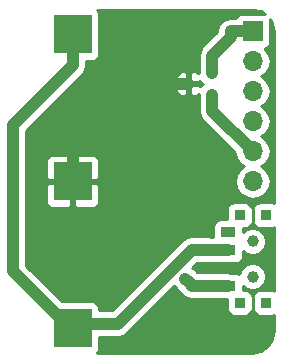
<source format=gbr>
G04 #@! TF.FileFunction,Copper,L1,Top,Signal*
%FSLAX46Y46*%
G04 Gerber Fmt 4.6, Leading zero omitted, Abs format (unit mm)*
G04 Created by KiCad (PCBNEW 4.0.7) date 05/24/18 21:51:10*
%MOMM*%
%LPD*%
G01*
G04 APERTURE LIST*
%ADD10C,0.100000*%
%ADD11R,3.250000X3.250000*%
%ADD12R,1.700000X1.700000*%
%ADD13O,1.700000X1.700000*%
%ADD14C,1.000000*%
%ADD15R,1.250000X0.900000*%
%ADD16R,0.900000X0.900000*%
%ADD17R,0.900000X0.800000*%
%ADD18C,0.600000*%
%ADD19C,1.000000*%
%ADD20C,0.254000*%
G04 APERTURE END LIST*
D10*
D11*
X162560000Y-129286000D03*
X162560000Y-104394000D03*
X162560000Y-116840000D03*
D12*
X177800000Y-104140000D03*
D13*
X177800000Y-106680000D03*
X177800000Y-109220000D03*
X177800000Y-111760000D03*
X177800000Y-114300000D03*
X177800000Y-116840000D03*
D14*
X177800004Y-124919998D03*
X177800004Y-121919998D03*
D15*
X175725004Y-122669998D03*
X175725004Y-121169998D03*
X175725004Y-125669998D03*
D16*
X178900004Y-127119998D03*
X176700004Y-127119998D03*
X176700004Y-119719998D03*
X178900004Y-119719998D03*
D14*
X177800000Y-121920000D03*
X177800000Y-124920000D03*
D17*
X174355000Y-109535000D03*
X174355000Y-107635000D03*
X172355000Y-108585000D03*
D18*
X162559999Y-114215000D03*
X172085000Y-125095000D03*
D19*
X162560000Y-128905000D02*
X166370000Y-128905000D01*
X166370000Y-128905000D02*
X172650011Y-122624989D01*
X172650011Y-122624989D02*
X174054995Y-122624989D01*
X174054995Y-122624989D02*
X174100004Y-122669998D01*
X174100004Y-122669998D02*
X175725004Y-122669998D01*
X162560000Y-129286000D02*
X162560000Y-128270000D01*
X162560000Y-128270000D02*
X161290000Y-128270000D01*
X161290000Y-128270000D02*
X157480000Y-124460000D01*
X157480000Y-124460000D02*
X157480000Y-112099000D01*
X157480000Y-112099000D02*
X162560000Y-107019000D01*
X162560000Y-107019000D02*
X162560000Y-104394000D01*
X162560000Y-114215000D02*
X168190000Y-108585000D01*
X168190000Y-108585000D02*
X172355000Y-108585000D01*
X162560000Y-116840000D02*
X162560000Y-114215000D01*
X177800000Y-114300000D02*
X174355000Y-110855000D01*
X174355000Y-110855000D02*
X174355000Y-109535000D01*
X175725004Y-125669998D02*
X172659998Y-125669998D01*
X172384999Y-125394999D02*
X172085000Y-125095000D01*
X172659998Y-125669998D02*
X172384999Y-125394999D01*
X174355000Y-107635000D02*
X174355000Y-106235000D01*
X174355000Y-106235000D02*
X175950000Y-104640000D01*
X175950000Y-104640000D02*
X175950000Y-104140000D01*
X175950000Y-104140000D02*
X177800000Y-104140000D01*
D20*
G36*
X178494989Y-102462152D02*
X178814993Y-102675972D01*
X178650000Y-102642560D01*
X176950000Y-102642560D01*
X176714683Y-102686838D01*
X176498559Y-102825910D01*
X176376192Y-103005000D01*
X175950000Y-103005000D01*
X175515654Y-103091397D01*
X175147434Y-103337434D01*
X174901397Y-103705654D01*
X174815000Y-104140000D01*
X174815000Y-104169868D01*
X173552434Y-105432434D01*
X173306397Y-105800654D01*
X173220000Y-106235000D01*
X173220000Y-107635000D01*
X173236630Y-107718605D01*
X173164698Y-107646673D01*
X172931309Y-107550000D01*
X172640750Y-107550000D01*
X172482000Y-107708750D01*
X172482000Y-108458000D01*
X173281250Y-108458000D01*
X173367262Y-108371988D01*
X173440910Y-108486441D01*
X173586083Y-108585633D01*
X173453559Y-108670910D01*
X173366936Y-108797686D01*
X173281250Y-108712000D01*
X172482000Y-108712000D01*
X172482000Y-109461250D01*
X172640750Y-109620000D01*
X172931309Y-109620000D01*
X173164698Y-109523327D01*
X173236630Y-109451395D01*
X173220000Y-109535000D01*
X173220000Y-110855000D01*
X173306397Y-111289346D01*
X173552434Y-111657566D01*
X176308512Y-114413644D01*
X176398946Y-114868285D01*
X176720853Y-115350054D01*
X177050026Y-115570000D01*
X176720853Y-115789946D01*
X176398946Y-116271715D01*
X176285907Y-116840000D01*
X176398946Y-117408285D01*
X176720853Y-117890054D01*
X177202622Y-118211961D01*
X177770907Y-118325000D01*
X177829093Y-118325000D01*
X178397378Y-118211961D01*
X178879147Y-117890054D01*
X179201054Y-117408285D01*
X179314093Y-116840000D01*
X179201054Y-116271715D01*
X178879147Y-115789946D01*
X178549974Y-115570000D01*
X178879147Y-115350054D01*
X179201054Y-114868285D01*
X179314093Y-114300000D01*
X179201054Y-113731715D01*
X178879147Y-113249946D01*
X178549974Y-113030000D01*
X178879147Y-112810054D01*
X179201054Y-112328285D01*
X179314093Y-111760000D01*
X179201054Y-111191715D01*
X178879147Y-110709946D01*
X178549974Y-110490000D01*
X178879147Y-110270054D01*
X179201054Y-109788285D01*
X179314093Y-109220000D01*
X179201054Y-108651715D01*
X178879147Y-108169946D01*
X178549974Y-107950000D01*
X178879147Y-107730054D01*
X179201054Y-107248285D01*
X179314093Y-106680000D01*
X179201054Y-106111715D01*
X178879147Y-105629946D01*
X178837548Y-105602150D01*
X178885317Y-105593162D01*
X179101441Y-105454090D01*
X179246431Y-105241890D01*
X179297440Y-104990000D01*
X179297440Y-103290000D01*
X179267322Y-103129937D01*
X179477848Y-103445011D01*
X179630000Y-104209931D01*
X179630000Y-118692771D01*
X179601894Y-118673567D01*
X179350004Y-118622558D01*
X178450004Y-118622558D01*
X178214687Y-118666836D01*
X177998563Y-118805908D01*
X177853573Y-119018108D01*
X177802564Y-119269998D01*
X177802564Y-120169998D01*
X177846842Y-120405315D01*
X177985914Y-120621439D01*
X178198114Y-120766429D01*
X178450004Y-120817438D01*
X179350004Y-120817438D01*
X179585321Y-120773160D01*
X179630000Y-120744410D01*
X179630000Y-126092771D01*
X179601894Y-126073567D01*
X179350004Y-126022558D01*
X178450004Y-126022558D01*
X178214687Y-126066836D01*
X177998563Y-126205908D01*
X177853573Y-126418108D01*
X177802564Y-126669998D01*
X177802564Y-127569998D01*
X177846842Y-127805315D01*
X177985914Y-128021439D01*
X178198114Y-128166429D01*
X178450004Y-128217438D01*
X179350004Y-128217438D01*
X179585321Y-128173160D01*
X179630000Y-128144410D01*
X179630000Y-129470069D01*
X179477848Y-130234989D01*
X179084170Y-130824170D01*
X178494989Y-131217848D01*
X177730069Y-131370000D01*
X164639919Y-131370000D01*
X164781431Y-131162890D01*
X164832440Y-130911000D01*
X164832440Y-130040000D01*
X166370000Y-130040000D01*
X166804346Y-129953603D01*
X167172566Y-129707566D01*
X171162324Y-125717808D01*
X171282434Y-125897566D01*
X171857432Y-126472564D01*
X172225652Y-126718601D01*
X172659998Y-126804998D01*
X175602564Y-126804998D01*
X175602564Y-127569998D01*
X175646842Y-127805315D01*
X175785914Y-128021439D01*
X175998114Y-128166429D01*
X176250004Y-128217438D01*
X177150004Y-128217438D01*
X177385321Y-128173160D01*
X177601445Y-128034088D01*
X177746435Y-127821888D01*
X177797444Y-127569998D01*
X177797444Y-126669998D01*
X177753166Y-126434681D01*
X177614094Y-126218557D01*
X177401894Y-126073567D01*
X177150004Y-126022558D01*
X176997444Y-126022558D01*
X176997444Y-125722577D01*
X177156235Y-125881645D01*
X177573244Y-126054803D01*
X178024775Y-126055197D01*
X178442086Y-125882767D01*
X178442087Y-125882766D01*
X178442090Y-125882765D01*
X178761649Y-125563763D01*
X178934807Y-125146754D01*
X178935201Y-124695223D01*
X178762771Y-124277912D01*
X178443769Y-123958353D01*
X178026760Y-123785195D01*
X177575229Y-123784801D01*
X177157918Y-123957231D01*
X177157917Y-123957232D01*
X177157914Y-123957233D01*
X176838355Y-124276235D01*
X176673744Y-124672660D01*
X176601894Y-124623567D01*
X176350004Y-124572558D01*
X175913830Y-124572558D01*
X175725004Y-124534998D01*
X173130130Y-124534998D01*
X172887566Y-124292434D01*
X172707808Y-124172324D01*
X173120143Y-123759989D01*
X173873729Y-123759989D01*
X174100004Y-123804998D01*
X175725004Y-123804998D01*
X175913830Y-123767438D01*
X176350004Y-123767438D01*
X176585321Y-123723160D01*
X176801445Y-123584088D01*
X176946435Y-123371888D01*
X176997444Y-123119998D01*
X176997444Y-122722577D01*
X177156235Y-122881645D01*
X177573244Y-123054803D01*
X178024775Y-123055197D01*
X178442086Y-122882767D01*
X178442087Y-122882766D01*
X178442090Y-122882765D01*
X178761649Y-122563763D01*
X178934807Y-122146754D01*
X178935201Y-121695223D01*
X178762771Y-121277912D01*
X178443769Y-120958353D01*
X178026760Y-120785195D01*
X177575229Y-120784801D01*
X177157918Y-120957231D01*
X177157917Y-120957232D01*
X177157914Y-120957233D01*
X176997444Y-121117423D01*
X176997444Y-120817438D01*
X177150004Y-120817438D01*
X177385321Y-120773160D01*
X177601445Y-120634088D01*
X177746435Y-120421888D01*
X177797444Y-120169998D01*
X177797444Y-119269998D01*
X177753166Y-119034681D01*
X177614094Y-118818557D01*
X177401894Y-118673567D01*
X177150004Y-118622558D01*
X176250004Y-118622558D01*
X176014687Y-118666836D01*
X175798563Y-118805908D01*
X175653573Y-119018108D01*
X175602564Y-119269998D01*
X175602564Y-120072558D01*
X175100004Y-120072558D01*
X174864687Y-120116836D01*
X174648563Y-120255908D01*
X174503573Y-120468108D01*
X174452564Y-120719998D01*
X174452564Y-121534998D01*
X174281270Y-121534998D01*
X174054995Y-121489989D01*
X172650011Y-121489989D01*
X172215665Y-121576386D01*
X171946992Y-121755908D01*
X171847445Y-121822423D01*
X165899868Y-127770000D01*
X164832440Y-127770000D01*
X164832440Y-127661000D01*
X164788162Y-127425683D01*
X164649090Y-127209559D01*
X164436890Y-127064569D01*
X164185000Y-127013560D01*
X161638692Y-127013560D01*
X158615000Y-123989868D01*
X158615000Y-117125750D01*
X160300000Y-117125750D01*
X160300000Y-118591309D01*
X160396673Y-118824698D01*
X160575301Y-119003327D01*
X160808690Y-119100000D01*
X162274250Y-119100000D01*
X162433000Y-118941250D01*
X162433000Y-116967000D01*
X162687000Y-116967000D01*
X162687000Y-118941250D01*
X162845750Y-119100000D01*
X164311310Y-119100000D01*
X164544699Y-119003327D01*
X164723327Y-118824698D01*
X164820000Y-118591309D01*
X164820000Y-117125750D01*
X164661250Y-116967000D01*
X162687000Y-116967000D01*
X162433000Y-116967000D01*
X160458750Y-116967000D01*
X160300000Y-117125750D01*
X158615000Y-117125750D01*
X158615000Y-115088691D01*
X160300000Y-115088691D01*
X160300000Y-116554250D01*
X160458750Y-116713000D01*
X162433000Y-116713000D01*
X162433000Y-114738750D01*
X162687000Y-114738750D01*
X162687000Y-116713000D01*
X164661250Y-116713000D01*
X164820000Y-116554250D01*
X164820000Y-115088691D01*
X164723327Y-114855302D01*
X164544699Y-114676673D01*
X164311310Y-114580000D01*
X162845750Y-114580000D01*
X162687000Y-114738750D01*
X162433000Y-114738750D01*
X162274250Y-114580000D01*
X160808690Y-114580000D01*
X160575301Y-114676673D01*
X160396673Y-114855302D01*
X160300000Y-115088691D01*
X158615000Y-115088691D01*
X158615000Y-112569132D01*
X162313382Y-108870750D01*
X171270000Y-108870750D01*
X171270000Y-109111310D01*
X171366673Y-109344699D01*
X171545302Y-109523327D01*
X171778691Y-109620000D01*
X172069250Y-109620000D01*
X172228000Y-109461250D01*
X172228000Y-108712000D01*
X171428750Y-108712000D01*
X171270000Y-108870750D01*
X162313382Y-108870750D01*
X163125442Y-108058690D01*
X171270000Y-108058690D01*
X171270000Y-108299250D01*
X171428750Y-108458000D01*
X172228000Y-108458000D01*
X172228000Y-107708750D01*
X172069250Y-107550000D01*
X171778691Y-107550000D01*
X171545302Y-107646673D01*
X171366673Y-107825301D01*
X171270000Y-108058690D01*
X163125442Y-108058690D01*
X163362566Y-107821566D01*
X163608603Y-107453346D01*
X163695000Y-107019000D01*
X163695000Y-106666440D01*
X164185000Y-106666440D01*
X164420317Y-106622162D01*
X164636441Y-106483090D01*
X164781431Y-106270890D01*
X164832440Y-106019000D01*
X164832440Y-102769000D01*
X164788162Y-102533683D01*
X164649090Y-102317559D01*
X164638027Y-102310000D01*
X177730069Y-102310000D01*
X178494989Y-102462152D01*
X178494989Y-102462152D01*
G37*
X178494989Y-102462152D02*
X178814993Y-102675972D01*
X178650000Y-102642560D01*
X176950000Y-102642560D01*
X176714683Y-102686838D01*
X176498559Y-102825910D01*
X176376192Y-103005000D01*
X175950000Y-103005000D01*
X175515654Y-103091397D01*
X175147434Y-103337434D01*
X174901397Y-103705654D01*
X174815000Y-104140000D01*
X174815000Y-104169868D01*
X173552434Y-105432434D01*
X173306397Y-105800654D01*
X173220000Y-106235000D01*
X173220000Y-107635000D01*
X173236630Y-107718605D01*
X173164698Y-107646673D01*
X172931309Y-107550000D01*
X172640750Y-107550000D01*
X172482000Y-107708750D01*
X172482000Y-108458000D01*
X173281250Y-108458000D01*
X173367262Y-108371988D01*
X173440910Y-108486441D01*
X173586083Y-108585633D01*
X173453559Y-108670910D01*
X173366936Y-108797686D01*
X173281250Y-108712000D01*
X172482000Y-108712000D01*
X172482000Y-109461250D01*
X172640750Y-109620000D01*
X172931309Y-109620000D01*
X173164698Y-109523327D01*
X173236630Y-109451395D01*
X173220000Y-109535000D01*
X173220000Y-110855000D01*
X173306397Y-111289346D01*
X173552434Y-111657566D01*
X176308512Y-114413644D01*
X176398946Y-114868285D01*
X176720853Y-115350054D01*
X177050026Y-115570000D01*
X176720853Y-115789946D01*
X176398946Y-116271715D01*
X176285907Y-116840000D01*
X176398946Y-117408285D01*
X176720853Y-117890054D01*
X177202622Y-118211961D01*
X177770907Y-118325000D01*
X177829093Y-118325000D01*
X178397378Y-118211961D01*
X178879147Y-117890054D01*
X179201054Y-117408285D01*
X179314093Y-116840000D01*
X179201054Y-116271715D01*
X178879147Y-115789946D01*
X178549974Y-115570000D01*
X178879147Y-115350054D01*
X179201054Y-114868285D01*
X179314093Y-114300000D01*
X179201054Y-113731715D01*
X178879147Y-113249946D01*
X178549974Y-113030000D01*
X178879147Y-112810054D01*
X179201054Y-112328285D01*
X179314093Y-111760000D01*
X179201054Y-111191715D01*
X178879147Y-110709946D01*
X178549974Y-110490000D01*
X178879147Y-110270054D01*
X179201054Y-109788285D01*
X179314093Y-109220000D01*
X179201054Y-108651715D01*
X178879147Y-108169946D01*
X178549974Y-107950000D01*
X178879147Y-107730054D01*
X179201054Y-107248285D01*
X179314093Y-106680000D01*
X179201054Y-106111715D01*
X178879147Y-105629946D01*
X178837548Y-105602150D01*
X178885317Y-105593162D01*
X179101441Y-105454090D01*
X179246431Y-105241890D01*
X179297440Y-104990000D01*
X179297440Y-103290000D01*
X179267322Y-103129937D01*
X179477848Y-103445011D01*
X179630000Y-104209931D01*
X179630000Y-118692771D01*
X179601894Y-118673567D01*
X179350004Y-118622558D01*
X178450004Y-118622558D01*
X178214687Y-118666836D01*
X177998563Y-118805908D01*
X177853573Y-119018108D01*
X177802564Y-119269998D01*
X177802564Y-120169998D01*
X177846842Y-120405315D01*
X177985914Y-120621439D01*
X178198114Y-120766429D01*
X178450004Y-120817438D01*
X179350004Y-120817438D01*
X179585321Y-120773160D01*
X179630000Y-120744410D01*
X179630000Y-126092771D01*
X179601894Y-126073567D01*
X179350004Y-126022558D01*
X178450004Y-126022558D01*
X178214687Y-126066836D01*
X177998563Y-126205908D01*
X177853573Y-126418108D01*
X177802564Y-126669998D01*
X177802564Y-127569998D01*
X177846842Y-127805315D01*
X177985914Y-128021439D01*
X178198114Y-128166429D01*
X178450004Y-128217438D01*
X179350004Y-128217438D01*
X179585321Y-128173160D01*
X179630000Y-128144410D01*
X179630000Y-129470069D01*
X179477848Y-130234989D01*
X179084170Y-130824170D01*
X178494989Y-131217848D01*
X177730069Y-131370000D01*
X164639919Y-131370000D01*
X164781431Y-131162890D01*
X164832440Y-130911000D01*
X164832440Y-130040000D01*
X166370000Y-130040000D01*
X166804346Y-129953603D01*
X167172566Y-129707566D01*
X171162324Y-125717808D01*
X171282434Y-125897566D01*
X171857432Y-126472564D01*
X172225652Y-126718601D01*
X172659998Y-126804998D01*
X175602564Y-126804998D01*
X175602564Y-127569998D01*
X175646842Y-127805315D01*
X175785914Y-128021439D01*
X175998114Y-128166429D01*
X176250004Y-128217438D01*
X177150004Y-128217438D01*
X177385321Y-128173160D01*
X177601445Y-128034088D01*
X177746435Y-127821888D01*
X177797444Y-127569998D01*
X177797444Y-126669998D01*
X177753166Y-126434681D01*
X177614094Y-126218557D01*
X177401894Y-126073567D01*
X177150004Y-126022558D01*
X176997444Y-126022558D01*
X176997444Y-125722577D01*
X177156235Y-125881645D01*
X177573244Y-126054803D01*
X178024775Y-126055197D01*
X178442086Y-125882767D01*
X178442087Y-125882766D01*
X178442090Y-125882765D01*
X178761649Y-125563763D01*
X178934807Y-125146754D01*
X178935201Y-124695223D01*
X178762771Y-124277912D01*
X178443769Y-123958353D01*
X178026760Y-123785195D01*
X177575229Y-123784801D01*
X177157918Y-123957231D01*
X177157917Y-123957232D01*
X177157914Y-123957233D01*
X176838355Y-124276235D01*
X176673744Y-124672660D01*
X176601894Y-124623567D01*
X176350004Y-124572558D01*
X175913830Y-124572558D01*
X175725004Y-124534998D01*
X173130130Y-124534998D01*
X172887566Y-124292434D01*
X172707808Y-124172324D01*
X173120143Y-123759989D01*
X173873729Y-123759989D01*
X174100004Y-123804998D01*
X175725004Y-123804998D01*
X175913830Y-123767438D01*
X176350004Y-123767438D01*
X176585321Y-123723160D01*
X176801445Y-123584088D01*
X176946435Y-123371888D01*
X176997444Y-123119998D01*
X176997444Y-122722577D01*
X177156235Y-122881645D01*
X177573244Y-123054803D01*
X178024775Y-123055197D01*
X178442086Y-122882767D01*
X178442087Y-122882766D01*
X178442090Y-122882765D01*
X178761649Y-122563763D01*
X178934807Y-122146754D01*
X178935201Y-121695223D01*
X178762771Y-121277912D01*
X178443769Y-120958353D01*
X178026760Y-120785195D01*
X177575229Y-120784801D01*
X177157918Y-120957231D01*
X177157917Y-120957232D01*
X177157914Y-120957233D01*
X176997444Y-121117423D01*
X176997444Y-120817438D01*
X177150004Y-120817438D01*
X177385321Y-120773160D01*
X177601445Y-120634088D01*
X177746435Y-120421888D01*
X177797444Y-120169998D01*
X177797444Y-119269998D01*
X177753166Y-119034681D01*
X177614094Y-118818557D01*
X177401894Y-118673567D01*
X177150004Y-118622558D01*
X176250004Y-118622558D01*
X176014687Y-118666836D01*
X175798563Y-118805908D01*
X175653573Y-119018108D01*
X175602564Y-119269998D01*
X175602564Y-120072558D01*
X175100004Y-120072558D01*
X174864687Y-120116836D01*
X174648563Y-120255908D01*
X174503573Y-120468108D01*
X174452564Y-120719998D01*
X174452564Y-121534998D01*
X174281270Y-121534998D01*
X174054995Y-121489989D01*
X172650011Y-121489989D01*
X172215665Y-121576386D01*
X171946992Y-121755908D01*
X171847445Y-121822423D01*
X165899868Y-127770000D01*
X164832440Y-127770000D01*
X164832440Y-127661000D01*
X164788162Y-127425683D01*
X164649090Y-127209559D01*
X164436890Y-127064569D01*
X164185000Y-127013560D01*
X161638692Y-127013560D01*
X158615000Y-123989868D01*
X158615000Y-117125750D01*
X160300000Y-117125750D01*
X160300000Y-118591309D01*
X160396673Y-118824698D01*
X160575301Y-119003327D01*
X160808690Y-119100000D01*
X162274250Y-119100000D01*
X162433000Y-118941250D01*
X162433000Y-116967000D01*
X162687000Y-116967000D01*
X162687000Y-118941250D01*
X162845750Y-119100000D01*
X164311310Y-119100000D01*
X164544699Y-119003327D01*
X164723327Y-118824698D01*
X164820000Y-118591309D01*
X164820000Y-117125750D01*
X164661250Y-116967000D01*
X162687000Y-116967000D01*
X162433000Y-116967000D01*
X160458750Y-116967000D01*
X160300000Y-117125750D01*
X158615000Y-117125750D01*
X158615000Y-115088691D01*
X160300000Y-115088691D01*
X160300000Y-116554250D01*
X160458750Y-116713000D01*
X162433000Y-116713000D01*
X162433000Y-114738750D01*
X162687000Y-114738750D01*
X162687000Y-116713000D01*
X164661250Y-116713000D01*
X164820000Y-116554250D01*
X164820000Y-115088691D01*
X164723327Y-114855302D01*
X164544699Y-114676673D01*
X164311310Y-114580000D01*
X162845750Y-114580000D01*
X162687000Y-114738750D01*
X162433000Y-114738750D01*
X162274250Y-114580000D01*
X160808690Y-114580000D01*
X160575301Y-114676673D01*
X160396673Y-114855302D01*
X160300000Y-115088691D01*
X158615000Y-115088691D01*
X158615000Y-112569132D01*
X162313382Y-108870750D01*
X171270000Y-108870750D01*
X171270000Y-109111310D01*
X171366673Y-109344699D01*
X171545302Y-109523327D01*
X171778691Y-109620000D01*
X172069250Y-109620000D01*
X172228000Y-109461250D01*
X172228000Y-108712000D01*
X171428750Y-108712000D01*
X171270000Y-108870750D01*
X162313382Y-108870750D01*
X163125442Y-108058690D01*
X171270000Y-108058690D01*
X171270000Y-108299250D01*
X171428750Y-108458000D01*
X172228000Y-108458000D01*
X172228000Y-107708750D01*
X172069250Y-107550000D01*
X171778691Y-107550000D01*
X171545302Y-107646673D01*
X171366673Y-107825301D01*
X171270000Y-108058690D01*
X163125442Y-108058690D01*
X163362566Y-107821566D01*
X163608603Y-107453346D01*
X163695000Y-107019000D01*
X163695000Y-106666440D01*
X164185000Y-106666440D01*
X164420317Y-106622162D01*
X164636441Y-106483090D01*
X164781431Y-106270890D01*
X164832440Y-106019000D01*
X164832440Y-102769000D01*
X164788162Y-102533683D01*
X164649090Y-102317559D01*
X164638027Y-102310000D01*
X177730069Y-102310000D01*
X178494989Y-102462152D01*
M02*

</source>
